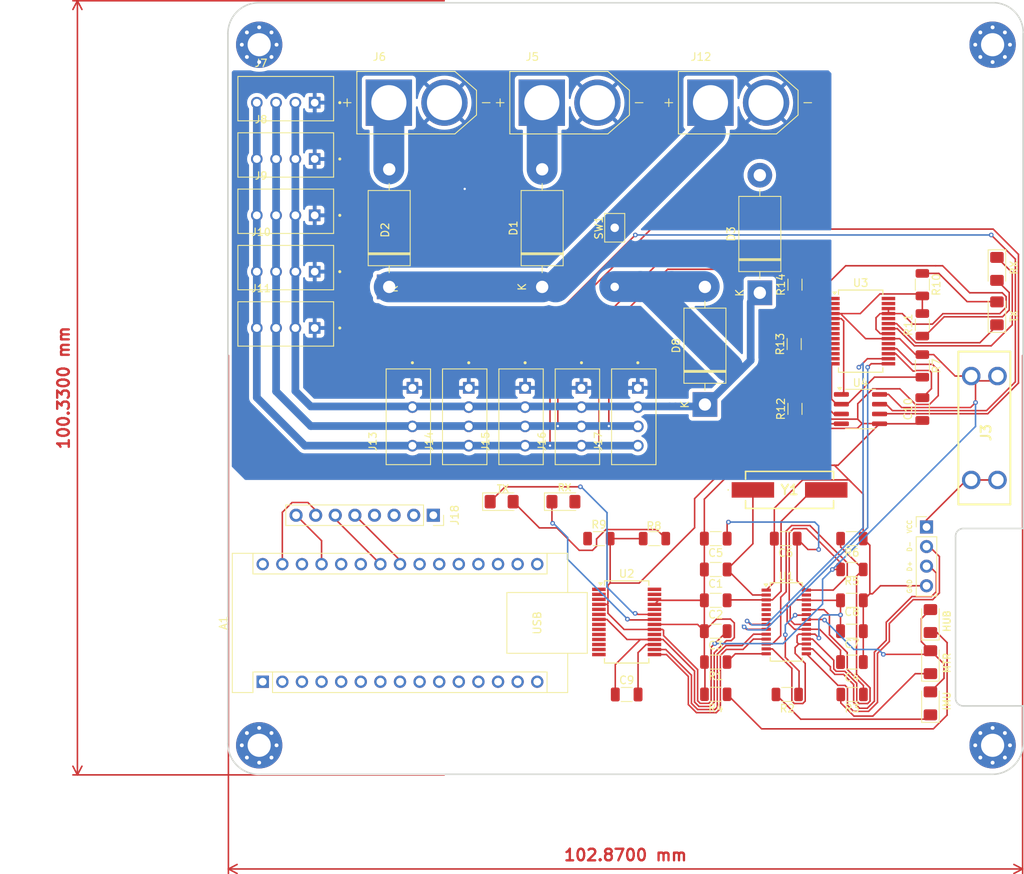
<source format=kicad_pcb>
(kicad_pcb (version 20240108) (generator "pcbnew") (generator_version "8.0")
  (layers (0 "F.Cu" signal) (31 "B.Cu" signal) (34 "B.Paste" user) (35 "F.Paste" user) (36 "B.SilkS" user "B.Silkscreen") (37 "F.SilkS" user "F.Silkscreen") (38 "B.Mask" user) (39 "F.Mask" user) (44 "Edge.Cuts" user))
  (net 0 "")
  (net 1 "Net-(U1-XOUT)")
  (net 2 "GNDREF")
  (net 3 "Net-(U1-XIN)")
  (net 4 "USB_PWR")
  (net 5 "Net-(U1-VD18)")
  (net 6 "3v3")
  (net 7 "Net-(HUB1-K)")
  (net 8 "Net-(HUB1-A)")
  (net 9 "Net-(IMU1-K)")
  (net 10 "Net-(MTRS1-K)")
  (net 11 "USB_D+")
  (net 12 "USB_D-")
  (net 13 "Net-(U1-REXT)")
  (net 14 "Net-(U1-LED1{slash}EESCL)")
  (net 15 "Net-(U1-LED2)")
  (net 16 "Net-(U1-VBUSM)")
  (net 18 "Net-(U3-3V3OUT)")
  (net 22 "Net-(D4-K)")
  (net 24 "Net-(U2-3V3OUT)")
  (net 25 "Net-(J2-Pin_3)")
  (net 27 "Net-(J2-Pin_4)")
  (net 28 "Net-(D4-A)")
  (net 29 "Net-(D5-K)")
  (net 36 "Net-(D5-A)")
  (net 42 "Net-(U3-CBUS3)")
  (net 44 "MOTORS_USB_D-")
  (net 45 "MOTORS_USB_D+")
  (net 46 "IMU_USB_D+")
  (net 47 "IMU_USB_D-")
  (net 53 "Net-(U3-RXD)")
  (net 55 "Net-(D6-K)")
  (net 57 "Net-(U3-TXD)")
  (net 60 "Net-(D6-A)")
  (net 61 "Net-(U3-CBUS2)")
  (net 63 "Net-(D7-K)")
  (net 64 "Net-(D7-A)")
  (net 65 "Net-(J1-Pin_1)")
  (net 66 "Net-(U4-A)")
  (net 67 "Net-(U4-B)")
  (net 68 "Net-(D1-K)")
  (net 69 "Net-(D1-A)")
  (net 70 "Net-(D2-A)")
  (net 71 "Net-(D3-K)")
  (net 72 "Net-(D8-A)")
  (net 73 "Net-(J10-Pad4)")
  (net 74 "Net-(J10-Pad3)")
  (net 78 "Net-(A1-+5V)")
  (net 80 "GND")
  (net 81 "Net-(A1-A5)")
  (net 99 "Net-(A1-A4)")
  (footprint "B4B-XH (conectores do motor):JST_B4B-XH-A" (layer "F.Cu") (at 106.74 35.289)
    (property "Reference" "J7")
    (property "Value" "B4B-XH-A")
  )
  (footprint "Capacitor_SMD:C_1206_3216Metric" (layer "F.Cu") (at 189.2 75.525 90)
    (property "Reference" "C10")
    (property "Value" "0.1uF")
  )
  (footprint "Package_SO:SSOP-28_3.9x9.9mm_P0.635mm" (layer "F.Cu") (at 171.575 103.1125)
    (property "Reference" "U1")
    (property "Value" "FE1.1s")
  )
  (footprint "Module:Arduino_Nano" (layer "F.Cu") (at 103.759 110.861 90)
    (property "Reference" "A1")
    (property "Value" "Arduino_Nano_v3.x")
  )
  (footprint "B4B-XH (conectores do motor):JST_B4B-XH-A" (layer "F.Cu") (at 129.921 76.52175 90)
    (property "Reference" "J14")
    (property "Value" "B4B-XH-A")
  )
  (footprint "Resistor_SMD:R_1206_3216Metric" (layer "F.Cu") (at 162.44 112.49)
    (property "Reference" "R4")
    (property "Value" "330")
  )
  (footprint "B4B-XH (conectores do motor):JST_B4B-XH-A" (layer "F.Cu") (at 106.74 42.589)
    (property "Reference" "J8")
    (property "Value" "B4B-XH-A")
  )
  (footprint "B4B-XH (conectores do motor):JST_B4B-XH-A" (layer "F.Cu") (at 151.821 76.52175 90)
    (property "Reference" "J17")
    (property "Value" "B4B-XH-A")
  )
  (footprint "Capacitor_SMD:C_1206_3216Metric" (layer "F.Cu") (at 162.4375 96.3125 180)
    (property "Reference" "C1")
    (property "Value" "22pF")
  )
  (footprint "Package_SO:SOIC-8_3.9x4.9mm_P1.27mm" (layer "F.Cu") (at 181.183 75.524)
    (property "Reference" "U4")
    (property "Value" "MAX485E")
  )
  (footprint "Resistor_SMD:R_1206_3216Metric" (layer "F.Cu") (at 162.4375 108.3125 180)
    (property "Reference" "R1")
    (property "Value" "2K7")
  )
  (footprint "Resistor_SMD:R_1206_3216Metric" (layer "F.Cu") (at 180.075 96.3125)
    (property "Reference" "R5")
    (property "Value" "47K")
  )
  (footprint "Resistor_SMD:R_1206_3216Metric" (layer "F.Cu") (at 171.7 112.5125 180)
    (property "Reference" "R2")
    (property "Value" "330")
  )
  (footprint "MountingHole:MountingHole_3mm_Pad_Via" (layer "F.Cu") (at 198.3 28.3)
    (property "Reference" "REF**" (hide yes))
    (property "Value" "MountingHole_3mm_Pad_Via" (hide yes))
  )
  (footprint "B4B-XH (conectores do motor):JST_B4B-XH-A" (layer "F.Cu") (at 106.74 49.889)
    (property "Reference" "J9")
    (property "Value" "B4B-XH-A")
  )
  (footprint "components:ECS120185PXGMTR" (layer "F.Cu") (at 172 86)
    (property "Reference" "Y1")
    (property "Value" "Crystal" (hide yes))
  )
  (footprint "Capacitor_SMD:C_1206_3216Metric" (layer "F.Cu") (at 162.4375 104.3125 180)
    (property "Reference" "C3")
    (property "Value" "10uF")
  )
  (footprint "MountingHole:MountingHole_3mm_Pad_Via" (layer "F.Cu") (at 198.3 119.1)
    (property "Reference" "REF**" (hide yes))
    (property "Value" "MountingHole_3mm_Pad_Via" (hide yes))
  )
  (footprint "LED_SMD:LED_1206_3216Metric_Pad1.42x1.75mm_HandSolder" (layer "F.Cu") (at 198.86 57.35 -90)
    (property "Reference" "D7" (hide yes))
    (property "Value" "MTR_RX")
  )
  (footprint "Resistor_SMD:R_1206_3216Metric" (layer "F.Cu") (at 180.075 92.3125 180)
    (property "Reference" "R6")
    (property "Value" "100K")
  )
  (footprint "Diode_THT:D_DO-201AD_P15.24mm_Horizontal" (layer "F.Cu") (at 161.036 74.93 90)
    (property "Reference" "D8")
    (property "Value" "1N5400")
  )
  (footprint "MountingHole:MountingHole_3mm_Pad_Via" (layer "F.Cu") (at 103.3 119.1)
    (property "Reference" "REF**" (hide yes))
    (property "Value" "MountingHole_3mm_Pad_Via" (hide yes))
  )
  (footprint "Connector_PinSocket_2.54mm:PinSocket_1x08_P2.54mm_Vertical" (layer "F.Cu") (at 125.857 89.281 -90)
    (property "Reference" "J18")
    (property "Value" "IMU")
  )
  (footprint "Connector_PinHeader_2.54mm:PinHeader_1x04_P2.54mm_Vertical" (layer "F.Cu") (at 189.738 90.805)
    (property "Reference" "J1" (hide yes))
    (property "Value" "USB_IN" (hide yes))
  )
  (footprint "xt 60:AMASS_XT60-M" (layer "F.Cu") (at 143.51 35.814)
    (property "Reference" "J5")
    (property "Value" "XT60-M")
  )
  (footprint "LED_SMD:LED_1206_3216Metric_Pad1.42x1.75mm_HandSolder" (layer "F.Cu") (at 190.246 102.997 90)
    (property "Reference" "HUB1" (hide yes))
    (property "Value" "HUB_PWR")
  )
  (footprint "B4B-XH (conectores do motor):JST_B4B-XH-A" (layer "F.Cu") (at 137.221 76.52175 90)
    (property "Reference" "J15")
    (property "Value" "B4B-XH-A")
  )
  (footprint "xt 60:AMASS_XT60-M" (layer "F.Cu") (at 165.354 35.814)
    (property "Reference" "J12")
    (property "Value" "XT60-M")
  )
  (footprint "Capacitor_SMD:C_1206_3216Metric" (layer "F.Cu") (at 180.075 100.3125)
    (property "Reference" "C8")
    (property "Value" "10uF")
  )
  (footprint "Resistor_SMD:R_1206_3216Metric" (layer "F.Cu") (at 147.3 92.3125)
    (property "Reference" "R9")
    (property "Value" "270")
  )
  (footprint "Diode_THT:D_DO-201AD_P15.24mm_Horizontal" (layer "F.Cu") (at 139.954 59.69 90)
    (property "Reference" "D1")
    (property "Value" "1N5400")
  )
  (footprint "Resistor_SMD:R_1206_3216Metric" (layer "F.Cu") (at 180.1 112.5125 180)
    (property "Reference" "R3")
    (property "Value" "330")
  )
  (footprint "Resistor_SMD:R_1206_3216Metric" (layer "F.Cu") (at 172.7 59.4 90)
    (property "Reference" "R14")
    (property "Value" "680")
  )
  (footprint "MountingHole:MountingHole_3mm_Pad_Via" (layer "F.Cu") (at 103.3 28.3)
    (property "Reference" "REF**" (hide yes))
    (property "Value" "MountingHole_3mm_Pad_Via" (hide yes))
  )
  (footprint "B4B-XH (conectores do motor):JST_B4B-XH-A" (layer "F.Cu") (at 144.521 76.52175 90)
    (property "Reference" "J16")
    (property "Value" "B4B-XH-A")
  )
  (footprint "Capacitor_SMD:C_1206_3216Metric" (layer "F.Cu") (at 162.4375 92.3125 180)
    (property "Reference" "C5")
    (property "Value" "10uF")
  )
  (footprint "B4B-XH (conectores do motor):JST_B4B-XH-A" (layer "F.Cu") (at 106.74 64.489)
    (property "Reference" "J11")
    (property "Value" "B4B-XH-A")
  )
  (footprint "B4B-XH (conectores do motor):JST_B4B-XH-A" (layer "F.Cu") (at 122.621 76.52175 90)
    (property "Reference" "J13")
    (property "Value" "B4B-XH-A")
  )
  (footprint "Resistor_SMD:R_1206_3216Metric" (layer "F.Cu") (at 172.6 67.1 90)
    (property "Reference" "R13")
    (property "Value" "120")
  )
  (footprint "humanoid:MINI_FUSE" (layer "F.Cu") (at 197.231 77.978 90)
    (property "Reference" "J3")
    (property "Value" "MINI_FUSE" (hide yes))
  )
  (footprint "LED_SMD:LED_1206_3216Metric_Pad1.42x1.75mm_HandSolder" (layer "F.Cu") (at 134.708 87.525)
    (property "Reference" "D4" (hide yes))
    (property "Value" "IMU_TX")
  )
  (footprint "Diode_THT:D_DO-201AD_P15.24mm_Horizontal" (layer "F.Cu") (at 120.142 59.69 90)
    (property "Reference" "D2")
    (property "Value" "1N5400")
  )
  (footprint "Package_SO:SSOP-28_5.3x10.2mm_P0.65mm" (layer "F.Cu") (at 181.208 65.424)
    (property "Reference" "U3")
    (property "Value" "FT232RL")
  )
  (footprint "LED_SMD:LED_1206_3216Metric_Pad1.42x1.75mm_HandSolder" (layer "F.Cu") (at 190.246 108.331 90)
    (property "Reference" "MTRS1" (hide yes))
    (property "Value" "USB_2")
  )
  (footprint "" (layer "F.Cu") (at 149.352 59.69)
    (property "Reference" "")
    (property "Value" "")
  )
  (footprint "xt 60:AMASS_XT60-M" (layer "F.Cu") (at 123.698 35.814)
    (property "Reference" "J6")
    (property "Value" "XT60-M")
  )
  (footprint "Capacitor_SMD:C_1206_3216Metric" (layer "F.Cu") (at 162.4375 100.3125 180)
    (property "Reference" "C2")
    (property "Value" "22pF")
  )
  (footprint "LED_SMD:LED_1206_3216Metric_Pad1.42x1.75mm_HandSolder" (layer "F.Cu") (at 142.708 87.525)
    (property "Reference" "D5" (hide yes))
    (property "Value" "IMU_RX")
  )
  (footprint "Capacitor_SMD:C_1206_3216Metric" (layer "F.Cu") (at 150.9 112.5125)
    (property "Reference" "C9")
    (property "Value" "0.1uF")
  )
  (footprint "Package_SO:SSOP-28_5.3x10.2mm_P0.65mm" (layer "F.Cu") (at 150.9 103.1125)
    (property "Reference" "U2")
    (property "Value" "FT232RL")
  )
  (footprint "Resistor_SMD:R_1206_3216Metric" (layer "F.Cu") (at 154.5 92.3125 180)
    (property "Reference" "R8")
    (property "Value" "270")
  )
  (footprint "Resistor_SMD:R_1206_3216Metric" (layer "F.Cu") (at 172.7 75.5 90)
    (property "Reference" "R12")
    (property "Value" "680")
  )
  (footprint "Connector_Pin:Pin_D1.1mm_L10.2mm_W3.5mm_Flat" (layer "F.Cu") (at 149.352 52.0275 -90)
    (property "Reference" "SW1")
    (property "Value" "SW_DPST_x2")
  )
  (footprint "B4B-XH (conectores do motor):JST_B4B-XH-A" (layer "F.Cu") (at 106.74 57.189)
    (property "Reference" "J10")
    (property "Value" "B4B-XH-A")
  )
  (footprint "LED_SMD:LED_1206_3216Metric_Pad1.42x1.75mm_HandSolder" (layer "F.Cu") (at 198.86 63.12 90)
    (property "Reference" "D6" (hide yes))
    (property "Value" "MTR_TX")
  )
  (footprint "Capacitor_SMD:C_1206_3216Metric" (layer "F.Cu") (at 171.5 92.3125 180)
    (property "Reference" "C6")
    (property "Value" "0.1uF")
  )
  (footprint "Resistor_SMD:R_1206_3216Metric" (layer "F.Cu") (at 189.2 64.6 90)
    (property "Reference" "R11")
    (property "Value" "270")
  )
  (footprint "Capacitor_SMD:C_1206_3216Metric" (layer "F.Cu") (at 180.075 108.3125)
    (property "Reference" "C4")
    (property "Value" "0.1uF")
  )
  (footprint "Resistor_SMD:R_1206_3216Metric" (layer "F.Cu") (at 189.2 69.925 -90)
    (property "Reference" "R7")
    (property "Value" "10K")
  )
  (footprint "Diode_THT:D_DO-201AD_P15.24mm_Horizontal" (layer "F.Cu") (at 168.148 60.452 90)
    (property "Reference" "D3")
    (property "Value" "1N5400")
  )
  (footprint "Resistor_SMD:R_1206_3216Metric" (layer "F.Cu") (at 189.2 59.4 -90)
    (property "Reference" "R10")
    (property "Value" "270")
  )
  (footprint "LED_SMD:LED_1206_3216Metric_Pad1.42x1.75mm_HandSolder" (layer "F.Cu") (at 190.246 113.665 90)
    (property "Reference" "IMU1" (hide yes))
    (property "Value" "USB_1")
  )
  (footprint "Capacitor_SMD:C_1206_3216Metric" (layer "F.Cu") (at 180.075 104.3125)
    (property "Reference" "C7")
    (property "Value" "0.1uF")
  )
  (gr_line (start 166.878 69.088) (end 167.386 69.088) (stroke (width 0.2)) (layer "B.Cu") (net 68))
  (gr_arc (start 193.5 92) (mid 193.792893 91.292893) (end 194.5 91) (stroke (width 0.2)) (layer "Edge.Cuts"))
  (gr_arc (start 99.249 26.86) (mid 100.420573 24.031573) (end 103.249 22.86) (stroke (width 0.2)) (layer "Edge.Cuts"))
  (gr_line (start 202.249 26.86) (end 202.249 91) (stroke (width 0.2)) (layer "Edge.Cuts"))
  (gr_arc (start 202.251079 118.86) (mid 201.032915 121.735144) (end 198.12 122.859999) (stroke (width 0.2)) (layer "Edge.Cuts"))
  (gr_line (start 193.5 92) (end 193.5 112.999407) (stroke (width 0.2)) (layer "Edge.Cuts"))
  (gr_line (start 202.249 118.86) (end 202.249 113.995329) (stroke (width 0.2)) (layer "Edge.Cuts"))
  (gr_line (start 198.12 122.859999) (end 103.505 122.859998) (stroke (width 0.2)) (layer "Edge.Cuts"))
  (gr_line (start 194.500593 113.999407) (end 202.249 113.995329) (stroke (width 0.2)) (layer "Edge.Cuts"))
  (gr_line (start 194.5 91) (end 202.249 91) (stroke (width 0.2)) (layer "Edge.Cuts"))
  (gr_arc (start 103.505 122.859998) (mid 100.506791 121.783321) (end 99.240818 118.86) (stroke (width 0.2)) (layer "Edge.Cuts"))
  (gr_arc (start 198.374 22.857552) (mid 201.12846 23.998994) (end 202.26817 26.754171) (stroke (width 0.2)) (layer "Edge.Cuts"))
  (gr_line (start 103.124 22.86) (end 198.378 22.86) (stroke (width 0.2)) (layer "Edge.Cuts"))
  (gr_arc (start 194.500593 113.999407) (mid 193.793103 113.706724) (end 193.5 112.999407) (stroke (width 0.2)) (layer "Edge.Cuts"))
  (gr_line (start 99.249 118.86) (end 99.249 26.86) (stroke (width 0.2)) (layer "Edge.Cuts"))
  (gr_text "RX" (at 141.859 86.233 0) (layer "F.SilkS") (effects (font (size 0.9 0.9) (thickness 0.175) (bold yes)) (justify left bottom)))
  (gr_text "GND" (at 187.9 99.5 90) (layer "F.SilkS") (effects (font (size 0.6 0.6) (thickness 0.125) (bold yes)) (justify left bottom)))
  (gr_text "MTR\n" (at 192.913 109.855 90) (layer "F.SilkS") (effects (font (size 0.9 0.9) (thickness 0.175) (bold yes)) (justify left bottom)))
  (gr_text "IMU\n" (at 192.913 114.681 90) (layer "F.SilkS") (effects (font (size 0.9 0.9) (thickness 0.175) (bold yes)) (justify left bottom)))
  (gr_text "TX" (at 201.6 64.4 90) (layer "F.SilkS") (effects (font (size 0.9 0.9) (thickness 0.175) (bold yes)) (justify left bottom)))
  (gr_text "VCC" (at 187.9 91.7 90) (layer "F.SilkS") (effects (font (size 0.6 0.6) (thickness 0.125) (bold yes)) (justify left bottom)))
  (gr_text "HUB\n" (at 192.913 104.521 90) (layer "F.SilkS") (effects (font (size 0.9 0.9) (thickness 0.175) (bold yes)) (justify left bottom)))
  (gr_text "TX" (at 133.985 86.36 0) (layer "F.SilkS") (effects (font (size 0.9 0.9) (thickness 0.175) (bold yes)) (justify left bottom)))
  (gr_text "D+" (at 187.9 96.65 90) (layer "F.SilkS") (effects (font (size 0.6 0.6) (thickness 0.125) (bold yes)) (justify left bottom)))
  (gr_text "D-" (at 187.9 94.1 90) (layer "F.SilkS") (effects (font (size 0.6 0.6) (thickness 0.125) (bold yes)) (justify left bottom)))
  (gr_text "RX" (at 201.6 58.2 90) (layer "F.SilkS") (effects (font (size 0.9 0.9) (thickness 0.175) (bold yes)) (justify left bottom)))
  (dimension (type aligned) (layer "F.Cu") (pts (xy 127.762 22.606) (xy 127.762 122.936)) (height 48.006) (gr_text "100,3300 mm" (at 77.956 72.771 90) (layer "F.Cu") (effects (font (size 1.5 1.5) (thickness 0.3)))) (format (prefix "") (suffix "") (units 3) (units_format 1) (precision 4)) (style (thickness 0.2) (arrow_length 1.27) (text_position_mode 0) (extension_height 0.58642) (extension_offset 0.5) keep_text_aligned))
  (dimension (type aligned) (layer "F.Cu") (pts (xy 99.314 68.072) (xy 202.184 68.072)) (height 67.056) (gr_text "102,8700 mm" (at 150.749 133.328 0) (layer "F.Cu") (effects (font (size 1.5 1.5) (thickness 0.3)))) (format (prefix "") (suffix "") (units 3) (units_format 1) (precision 4)) (style (thickness 0.2) (arrow_length 1.27) (text_position_mode 0) (extension_height 0.58642) (extension_offset 0.5) keep_text_aligned))
  (segment (start 163.9125 96.3125) (end 167.22 99.62) (width 0.2) (layer "F.Cu") (net 1))
  (segment (start 167.25 92.975) (end 163.9125 96.3125) (width 0.2) (layer "F.Cu") (net 1))
  (segment (start 167.25 86) (end 167.25 92.975) (width 0.2) (layer "F.Cu") (net 1))
  (segment (start 167.22 99.62) (end 168.975 99.62) (width 0.2) (layer "F.Cu") (net 1))
  (segment (start 160.9625 100.3125) (end 154.625 100.3125) (width 0.2) (layer "F.Cu") (net 2))
  (segment (start 176.558 65.099) (end 176.022 65.635) (width 0.2) (layer "F.Cu") (net 2))
  (segment (start 149.425 112.5125) (end 149.425 108.639) (width 0.2) (layer "F.Cu") (net 2))
  (segment (start 195.326 60.452) (end 191.824 56.95) (width 0.2) (layer "F.Cu") (net 2))
  (segment (start 183.733 63.149) (end 183.2 63.682) (width 0.2) (layer "F.Cu") (net 2))
  (segment (start 188.771 77.429) (end 189.2 77) (width 0.2) (layer "F.Cu") (net 2))
  (segment (start 191.262 73.782) (end 190.119 74.925) (width 0.2) (layer "F.Cu") (net 2))
  (segment (start 176.022 68.812314) (end 175.6 69.234314) (width 0.2) (layer "F.Cu") (net 2))
  (segment (start 174.498 76.398) (end 174.498 62.6605) (width 0.2) (layer "F.Cu") (net 2))
  (segment (start 183.2 65.191) (end 183.758 65.749) (width 0.2) (layer "F.Cu") (net 2))
  (segment (start 183.629 77.4) (end 183.658 77.429) (width 0.2) (layer "F.Cu") (net 2))
  (segment (start 178.1 82.804) (end 177.8 82.804) (width 0.2) (layer "F.Cu") (net 2))
  (segment (start 182.4 99.4625) (end 182.7375 99.4625) (width 0.2) (layer "F.Cu") (net 2))
  (segment (start 182.4 93.175) (end 182.4 99.4625) (width 0.2) (layer "F.Cu") (net 2))
  (segment (start 161.0375 112.5125) (end 161.0375 108.375) (width 0.2) (layer "F.Cu") (net 2))
  (segment (start 185.883 67.699) (end 187.907 69.723) (width 0.2) (layer "F.Cu") (net 2))
  (segment (start 182.13 99.7325) (end 181.55 100.3125) (width 0.2) (layer "F.Cu") (net 2))
  (segment (start 180.829 74.832448) (end 180.829 76.829) (width 0.2) (layer "F.Cu") (net 2))
  (segment (start 174.03875 62.18125) (end 174.01875 62.18125) (width 0.2) (layer "F.Cu") (net 2))
  (segment (start 160.9625 92.3125) (end 160.9625 96.3125) (width 0.2) (layer "F.Cu") (net 2))
  (segment (start 180.829 76.829) (end 181.4 77.4) (width 0.2) (layer "F.Cu") (net 2))
  (segment (start 179.696 84.7) (end 179.959 84.963) (width 0.2) (layer "F.Cu") (net 2))
  (segment (start 184.808 63.149) (end 183.733 63.149) (width 0.2) (layer "F.Cu") (net 2))
  (segment (start 199.551744 60.452) (end 195.326 60.452) (width 0.2) (layer "F.Cu") (net 2))
  (segment (start 181.5375 86.5415) (end 181.5375 92.3125) (width 0.2) (layer "F.Cu") (net 2))
  (segment (start 152.6765 105.3875) (end 154.5 105.3875) (width 0.2) (layer "F.Cu") (net 2))
  (segment (start 159.69 109.474) (end 159.69 113.49043) (width 0.2) (layer "F.Cu") (net 2))
  (segment (start 160.9625 92.3125) (end 160.9625 87.1955) (width 0.2) (layer "F.Cu") (net 2))
  (segment (start 182.4 99.4625) (end 181.55 100.3125) (width 0.2) (layer "F.Cu") (net 2))
  (segment (start 177.8 82.804) (end 179.959 84.963) (width 0.2) (layer "F.Cu") (net 2))
  (segment (start 184.808 62.499) (end 184.808 63.149) (width 0.2) (layer "F.Cu") (net 2))
  (segment (start 190.505814 64.516) (end 191.859314 63.1625) (width 0.2) (layer "F.Cu") (net 2))
  (segment (start 183.658 77.429) (end 178.283 82.804) (width 0.2) (layer "F.Cu") (net 2))
  (segment (start 162.2375 107.121384) (end 163.821884 105.537) (width 0.2) (layer "F.Cu") (net 2))
  (segment (start 199.2265 63.1625) (end 200.049 62.34) (width 0.2) (layer "F.Cu") (net 2))
  (segment (start 190.119 74.925) (end 188.315256 74.925) (width 0.2) (layer "F.Cu") (net 2))
  (segment (start 183.658 77.429) (end 188.771 77.429) (width 0.2) (layer "F.Cu") (net 2))
  (segment (start 170.025 97.935) (end 168.975 98.985) (width 0.2) (layer "F.Cu") (net 2))
  (segment (start 175.6 69.234314) (end 175.6 75) (width 0.2) (layer "F.Cu") (net 2))
  (segment (start 160.9625 87.1955) (end 165.354 82.804) (width 0.2) (layer "F.Cu") (net 2))
  (segment (start 179.959 84.963) (end 181.5375 86.5415) (width 0.2) (layer "F.Cu") (net 2))
  (segment (start 183.775 98.425) (end 189.738 98.425) (width 0.2) (layer "F.Cu") (net 2))
  (segment (start 164.338 102.743) (end 162.532 102.743) (width 0.2) (layer "F.Cu") (net 2))
  (segment (start 186.288256 72.898) (end 182.763448 72.898) (width 0.2) (layer "F.Cu") (net 2))
  (segment (start 155.6035 105.3875) (end 159.69 109.474) (width 0.2) (layer "F.Cu") (net 2))
  (segment (start 160.9625 96.3125) (end 160.9625 100.3125) (width 0.2) (layer "F.Cu") (net 2))
  (segment (start 162.24 109.506115) (end 162.2375 109.503615) (width 0.2) (layer "F.Cu") (net 2))
  (segment (start 191.859314 63.1625) (end 199.2265 63.1625) (width 0.2) (layer "F.Cu") (net 2))
  (segment (start 150.95 105.3875) (end 148.35 102.7875) (width 0.2) (layer "F.Cu") (net 2))
  (segment (start 180.771 78.029) (end 176.129 78.029) (width 0.2) (layer "F.Cu") (net 2))
  (segment (start 181.4 77.4) (end 183.629 77.4) (width 0.2) (layer "F.Cu") (net 2))
  (segment (start 162.24 113.51543) (end 162.24 109.506115) (width 0.2) (layer "F.Cu") (net 2))
  (segment (start 181.4 77.4) (end 180.771 78.029) (width 0.2) (layer "F.Cu") (net 2))
  (segment (start 174.498 62.6605) (end 174.01875 62.18125) (width 0.2) (layer "F.Cu") (net 2))
  (segment (start 190.5 69.723) (end 191.262 70.485) (width 0.2) (layer "F.Cu") (net 2))
  (segment (start 187.96 64.516) (end 190.505814 64.516) (width 0.2) (layer "F.Cu") (net 2))
  (segment (start 160.9625 100.3125) (end 155.025 100.3125) (width 0.2) (layer "F.Cu") (net 2))
  (segment (start 165.354 82.804) (end 177.8 82.804) (width 0.2) (layer "F.Cu") (net 2))
  (segment (start 184.808 67.699) (end 185.883 67.699) (width 0.2) (layer "F.Cu") (net 2))
  (segment (start 200.049 62.34) (end 200.049 60.949256) (width 0.2) (layer "F.Cu") (net 2))
  (segment (start 170.025 88.375) (end 173.7 84.7) (width 0.2) (layer "F.Cu") (net 2))
  (segment (start 149.425 108.639) (end 152.6765 105.3875) (width 0.2) (layer "F.Cu") (net 2))
  (segment (start 160.9625 104.3125) (end 160.9625 108.3) (width 0.2) (layer "F.Cu") (net 2))
  (segment (start 177.608 65.099) (end 176.558 65.099) (width 0.2) (layer "F.Cu") (net 2))
  (segment (start 183.758 65.749) (end 184.808 65.749) (width 0.2) (layer "F.Cu") (net 2))
  (segment (start 160.0875 103.4375) (end 154.5 103.4375) (width 0.2) (layer "F.Cu") (net 2))
  (segment (start 160.9625 100.3125) (end 160.9625 104.3125) (width 0.2) (layer "F.Cu") (net 2))
  (segment (start 154.625 100.3125) (end 154.5 100.1875) (width 0.2) (layer "F.Cu") (net 2))
  (segment (start 191.262 70.485) (end 191.262 73.782) (width 0.2) (layer "F.Cu") (net 2))
  (segment (start 187.907 69.723) (end 190.5 69.723) (width 0.2) (layer "F.Cu") (net 2))
  (segment (start 181.55 100.3125) (end 181.55 104.3125) (width 0.2) (layer "F.Cu") (net 2))
  (segment (start 154.5 105.3875) (end 150.95 105.3875) (width 0.2) (layer "F.Cu") (net 2))
  (segment (start 162.532 102.743) (end 160.9625 104.3125) (width 0.2) (layer "F.Cu") (net 2))
  (segment (start 170.025 92.3125) (end 170.025 97.935) (width 0.2) (layer "F.Cu") (net 2))
  (segment (start 162.2375 109.503615) (end 162.2375 107.121384) (width 0.2) (layer "F.Cu") (net 2))
  (segment (start 154.5 105.3875) (end 155.6035 105.3875) (width 0.2) (layer "F.Cu") (net 2))
  (segment (start 188.315256 74.925) (end 186.288256 72.898) (width 0.2) (layer "F.Cu") (net 2))
  (segment (start 176.022 65.635) (end 176.022 68.812314) (width 0.2) (layer "F.Cu") (net 2))
  (segment (start 179.27 56.95) (end 174.03875 62.18125) (width 0.2) (layer "F.Cu") (net 2))
  (segment (start 160.26457 114.065) (end 161.69043 114.065) (width 0.2) (layer "F.Cu") (net 2))
  (segment (start 178.283 82.804) (end 178.1 82.804) (width 0.2) (layer "F.Cu") (net 2))
  (segment (start 182.763448 72.898) (end 180.829 74.832448) (width 0.2) (layer "F.Cu") (net 2))
  (segment (start 172.7 60.8625) (end 174.01875 62.18125) (width 0.2) (layer "F.Cu") (net 2))
  (segment (start 177.429 76.829) (end 180.829 76.829) (width 0.2) (layer "F.Cu") (net 2))
  (segment (start 175.6 75) (end 177.429 76.829) (width 0.2) (layer "F.Cu") (net 2))
  (segment (start 164.447744 105.537) (end 164.846 105.138744) (width 0.2) (layer "F.Cu") (net 2))
  (segment (start 200.049 60.949256) (end 199.551744 60.452) (width 0.2) (layer "F.Cu") (net 2))
  (segment (start 159.69 113.49043) (end 160.26457 114.065) (width 0.2) (layer "F.Cu") (net 2))
  (segment (start 163.821884 105.537) (end 164.447744 105.537) (width 0.2) (layer "F.Cu") (net 2))
  (segment (start 184.808 63.149) (end 186.593 63.149) (width 0.2) (layer "F.Cu") (net 2))
  (segment (start 181.5375 92.3125) (end 182.4 93.175) (width 0.2) (layer "F.Cu") (net 2))
  (segment (start 181.55 104.3125) (end 181.55 108.3125) (width 0.2) (layer "F.Cu") (net 2))
  (segment (start 164.846 105.138744) (end 164.846 103.251) (width 0.2) (layer "F.Cu") (net 2))
  (segment (start 191.824 56.95) (end 190.915686 56.95) (width 0.2) (layer "F.Cu") (net 2))
  (segment (start 160.9625 104.3125) (end 160.0875 103.4375) (width 0.2) (layer "F.Cu") (net 2))
  (segment (start 161.69043 114.065) (end 162.24 113.51543) (width 0.2) (layer "F.Cu") (net 2))
  (segment (start 155.025 100.3125) (end 154.5 100.8375) (width 0.2) (layer "F.Cu") (net 2))
  (segment (start 186.593 63.149) (end 187.96 64.516) (width 0.2) (layer "F.Cu") (net 2))
  (segment (start 183.2 63.682) (end 183.2 65.191) (width 0.2) (layer "F.Cu") (net 2))
  (segment (start 161.0375 108.375) (end 160.975 108.3125) (width 0.2) (layer "F.Cu") (net 2))
  (segment (start 190.915686 56.95) (end 179.27 56.95) (width 0.2) (layer "F.Cu") (net 2))
  (segment (start 160.9625 108.3) (end 160.975 108.3125) (width 0.2) (layer "F.Cu") (net 2))
  (segment (start 182.7375 99.4625) (end 183.775 98.425) (width 0.2) (layer "F.Cu") (net 2))
  (segment (start 173.7 84.7) (end 179.696 84.7) (width 0.2) (layer "F.Cu") (net 2))
  (segment (start 170.025 92.3125) (end 170.025 88.375) (width 0.2) (layer "F.Cu") (net 2))
  (segment (start 164.846 103.251) (end 164.338 102.743) (width 0.2) (layer "F.Cu") (net 2))
  (segment (start 148.35 102.7875) (end 147.3 102.7875) (width 0.2) (layer "F.Cu") (net 2))
  (segment (start 176.129 78.029) (end 174.498 76.398) (width 0.2) (layer "F.Cu") (net 2))
  (via (at 129.921 46.99) (size 0.6) (drill 0.3) (layers "F.Cu" "B.Cu") (net 2))
  (segment (start 170.9 90.085) (end 170.9 99.13) (width 0.2) (layer "F.Cu") (net 3))
  (segment (start 168.975 100.255) (end 163.97 100.255) (width 0.2) (layer "F.Cu") (net 3))
  (segment (start 174.985 86) (end 170.9 90.085) (width 0.2) (layer "F.Cu") (net 3))
  (segment (start 163.97 100.255) (end 163.9125 100.3125) (width 0.2) (layer "F.Cu") (net 3))
  (segment (start 170.9 99.13) (end 169.775 100.255) (width 0.2) (layer "F.Cu") (net 3))
  (segment (start 176.75 86) (end 174.985 86) (width 0.2) (layer "F.Cu") (net 3))
  (segment (start 169.775 100.255) (end 168.975 100.255) (width 0.2) (layer "F.Cu") (net 3))
  (segment (start 160.430256 113.665) (end 161.524744 113.665) (width 0.2) (layer "F.Cu") (net 4))
  (segment (start 161.524744 113.665) (end 161.84 113.349744) (width 0.2) (layer "F.Cu") (net 4))
  (segment (start 178.6125 95.4375) (end 174.192843 91.017843) (width 0.2) (layer "F.Cu") (net 4))
  (segment (start 147.3 100.8375) (end 148.375 100.8375) (width 0.2) (layer "F.Cu") (net 4))
  (segment (start 148.7625 98.075) (end 148.475 98.3625) (width 0.2) (layer "F.Cu") (net 4))
  (segment (start 148.375 100.8375) (end 148.475 100.7375) (width 0.2) (layer "F.Cu") (net 4))
  (segment (start 153.0375 92.3125) (end 148.7625 92.3125) (width 0.2) (layer "F.Cu") (net 4))
  (segment (start 189.2 68.4625) (end 188.325 68.4625) (width 0.2) (layer "F.Cu") (net 4))
  (segment (start 174.192843 91.017843) (end 172.509913 91.017843) (width 0.2) (layer "F.Cu") (net 4))
  (segment (start 148.475 100.7375) (end 148.475 98.3625) (width 0.2) (layer "F.Cu") (net 4))
  (segment (start 196.088 71.8) (end 196.088 71.865) (width 0.2) (layer "F.Cu") (net 4))
  (segment (start 169.867814 76.9625) (end 159.7 87.130314) (width 0.2) (layer "F.Cu") (net 4))
  (segment (start 150.5695 104.0875) (end 148.475 101.993) (width 0.2) (layer "F.Cu") (net 4))
  (segment (start 171.958 100.526314) (end 171.685 100.799314) (width 0.2) (layer "F.Cu") (net 4))
  (segment (start 172.7 76.9625) (end 169.867814 76.9625) (width 0.2) (layer "F.Cu") (net 4))
  (segment (start 195.531 71.243) (end 196.088 71.8) (width 0.2) (layer "F.Cu") (net 4))
  (segment (start 178.6 106.775686) (end 175.889314 104.065) (width 0.2) (layer "F.Cu") (net 4))
  (segment (start 172.645 104.065) (end 174.175 104.065) (width 0.2) (layer "F.Cu") (net 4))
  (segment (start 188.9375 60.6) (end 189.2 60.8625) (width 0.2) (layer "F.Cu") (net 4))
  (segment (start 188.325 68.4625) (end 186.2615 66.399) (width 0.2) (layer "F.Cu") (net 4))
  (segment (start 193.443 71.243) (end 190.6625 68.4625) (width 0.2) (layer "F.Cu") (net 4))
  (segment (start 159.7 87.130314) (end 159.7 90.9) (width 0.2) (layer "F.Cu") (net 4))
  (segment (start 181.848686 66.399) (end 178.598686 63.149) (width 0.2) (layer "F.Cu") (net 4))
  (segment (start 162.306 105.919) (end 162.306 105.918) (width 0.2) (layer "F.Cu") (net 4))
  (segment (start 178.6 108.3125) (end 178.6 106.775686) (width 0.2) (layer "F.Cu") (net 4))
  (segment (start 196.088 71.865) (end 196.088 74.676) (width 0.2) (layer "F.Cu") (net 4))
  (segment (start 155.675 104.875) (end 160.09 109.29) (width 0.2) (layer "F.Cu") (net 4))
  (segment (start 171.685 103.105) (end 172.645 104.065) (width 0.2) (layer "F.Cu") (net 4))
  (segment (start 155.675 104.2125) (end 155.675 104.875) (width 0.2) (layer "F.Cu") (net 4))
  (segment (start 161.84 113.349744) (end 161.84 111.630256) (width 0.2) (layer "F.Cu") (net 4))
  (segment (start 161.8375 106.3875) (end 162.306 105.919) (width 0.2) (layer "F.Cu") (net 4))
  (segment (start 171.685 100.799314) (end 171.685 103.105) (width 0.2) (layer "F.Cu") (net 4))
  (segment (start 190.6625 68.4625) (end 189.2 68.4625) (width 0.2) (layer "F.Cu") (net 4))
  (segment (start 181.158 63.149) (end 183.707 60.6) (width 0.2) (layer "F.Cu") (net 4))
  (segment (start 148.35 100.8375) (end 147.3 100.8375) (width 0.2) (layer "F.Cu") (net 4))
  (segment (start 172.509913 91.017843) (end 171.958 91.569756) (width 0.2) (layer "F.Cu") (net 4))
  (segment (start 148.475 101.993) (end 148.475 100.9625) (width 0.2) (layer "F.Cu") (net 4))
  (segment (start 148.475 100.9625) (end 148.35 100.8375) (width 0.2) (layer "F.Cu") (net 4))
  (segment (start 198.309 71.865) (end 198.931 71.243) (width 0.2) (layer "F.Cu") (net 4))
  (segment (start 160.09 109.29) (end 160.09 113.324744) (width 0.2) (layer "F.Cu") (net 4))
  (segment (start 177.608 63.149) (end 181.158 63.149) (width 0.2) (layer "F.Cu") (net 4))
  (segment (start 154.5 104.0875) (end 150.5695 104.0875) (width 0.2) (layer "F.Cu") (net 4))
  (segment (start 177.546 96.3125) (end 178.6125 96.3125) (width 0.2) (layer "F.Cu") (net 4))
  (segment (start 189.2 60.8625) (end 189.2 63.1375) (width 0.2) (layer "F.Cu") (net 4))
  (segment (start 152.525 98.075) (end 148.7625 98.075) (width 0.2) (layer "F.Cu") (net 4))
  (segment (start 161.8375 111.627756) (end 161.8375 106.3875) (width 0.2) (layer "F.Cu") (net 4))
  (segment (start 186.525 75.325) (end 184.819 73.619) (width 0.2) (layer "F.Cu") (net 4))
  (segment (start 178.6125 96.3125) (end 178.6125 95.4375) (width 0.2) (layer "F.Cu") (net 4))
  (segment (start 148.7625 92.3125) (end 148.7625 98.075) (width 0.2) (layer "F.Cu") (net 4))
  (segment (start 154.5 104.0875) (end 155.55 104.0875) (width 0.2) (layer "F.Cu") (net 4))
  (segment (start 162.306 105.918) (end 162.307 105.918) (width 0.2) (layer "F.Cu") (net 4))
  (segment (start 196.088 74.676) (end 195.439 75.325) (width 0.2) (layer "F.Cu") (net 4))
  (segment (start 183.707 60.6) (end 188.9375 60.6) (width 0.2) (layer "F.Cu") (net 4))
  (segment (start 195.531 71.243) (end 193.443 71.243) (width 0.2) (layer "F.Cu") (net 4))
  (segment (start 162.307 105.918) (end 163.9125 104.3125) (width 0.2) (layer "F.Cu") (net 4))
  (segment (start 196.088 71.865) (end 198.309 71.865) (width 0.2) (layer "F.Cu") (net 4))
  (segment (start 184.808 66.399) (end 181.848686 66.399) (width 0.2) (layer "F.Cu") (net 4))
  (segment (start 160.09 113.324744) (end 160.430256 113.665) (width 0.2) (layer "F.Cu") (net 4))
  (segment (start 184.819 73.619) (end 183.658 73.619) (width 0.2) (layer "F.Cu") (net 4))
  (segment (start 186.2615 66.399) (end 184.808 66.399) (width 0.2) (layer "F.Cu") (net 4))
  (segment (start 171.958 91.569756) (end 171.958 100.526314) (width 0.2) (layer "F.Cu") (net 4))
  (segment (start 155.55 104.0875) (end 155.675 104.2125) (width 0.2) (layer "F.Cu") (net 4))
  (segment (start 195.439 75.325) (end 186.525 75.325) (width 0.2) (layer "F.Cu") (net 4))
  (segment (start 175.889314 104.065) (end 174.175 104.065) (width 0.2) (layer "F.Cu") (net 4))
  (segment (start 161.84 111.630256) (end 161.8375 111.627756) (width 0.2) (layer "F.Cu") (net 4))
  (segment (start 159.7 90.9) (end 152.525 98.075) (width 0.2) (layer "F.Cu") (net 4))
  (segment (start 178.598686 63.149) (end 177.608 63.149) (width 0.2) (layer "F.Cu") (net 4))
  (via (at 196.088 74.676) (size 0.6) (drill 0.3) (layers "F.Cu" "B.Cu") (net 4))
  (via (at 177.546 96.3125) (size 0.6) (drill 0.3) (layers "F.Cu" "B.Cu") (net 4))
  (via (at 162.306 105.918) (size 0.6) (drill 0.3) (layers "F.Cu" "B.Cu") (net 4))
  (segment (start 176.276 100.797529) (end 171.155529 105.918) (width 0.2) (layer "B.Cu") (net 4))
  (segment (start 196.088 77.7705) (end 196.088 74.676) (width 0.2) (layer "B.Cu") (net 4))
  (segment (start 177.546 96.3125) (end 176.276 97.5825) (width 0.2) (layer "B.Cu") (net 4))
  (segment (start 176.276 97.5825) (end 176.276 100.797529) (width 0.2) (layer "B.Cu") (net 4))
  (segment (start 177.546 96.3125) (end 196.088 77.7705) (width 0.2) (layer "B.Cu") (net 4))
  (segment (start 171.155529 105.918) (end 162.306 105.918) (width 0.2) (layer "B.Cu") (net 4))
  (segment (start 175.768 93.726) (end 174.3885 93.726) (width 0.2) (layer "F.Cu") (net 5))
  (segment (start 170.85 104.895) (end 170.85 99.914) (width 0.2) (layer "F.Cu") (net 5))
  (segment (start 179.475 95.452756) (end 179.475 97.172244) (width 0.2) (layer "F.Cu") (net 5))
  (segment (start 172.272157 90.617843) (end 174.640087 90.617843) (width 0.2) (layer "F.Cu") (net 5))
  (segment (start 171.558 99.206) (end 171.558 91.332) (width 0.2) (layer "F.Cu") (net 5))
  (segment (start 172.975 97.785) (end 174.175 98.985) (width 0.2) (layer "F.Cu") (net 5))
  (segment (start 170.85 99.914) (end 171.558 99.206) (width 0.2) (layer "F.Cu") (net 5))
  (segment (start 168.975 105.97) (end 169.775 105.97) (width 0.2) (layer "F.Cu") (net 5))
  (segment (start 163.9125 92.3125) (end 163.9125 90.3415) (width 0.2) (layer "F.Cu") (net 5))
  (segment (start 169.775 105.97) (end 170.85 104.895) (width 0.2) (layer "F.Cu") (net 5))
  (segment (start 177.662244 98.985) (end 174.175 98.985) (width 0.2) (layer "F.Cu") (net 5))
  (segment (start 174.3885 93.726) (end 172.975 92.3125) (width 0.2) (layer "F.Cu") (net 5))
  (segment (start 163.9125 90.3415) (end 164.084 90.17) (width 0.2) (layer "F.Cu") (net 5))
  (segment (start 171.558 91.332) (end 172.272157 90.617843) (width 0.2) (layer "F.Cu") (net 5))
  (segment (start 172.975 92.3125) (end 172.975 97.785) (width 0.2) (layer "F.Cu") (net 5))
  (segment (start 174.640087 90.617843) (end 179.475 95.452756) (width 0.2) (layer "F.Cu") (net 5))
  (segment (start 179.475 97.172244) (end 177.662244 98.985) (width 0.2) (layer "F.Cu") (net 5))
  (via (at 175.768 93.726) (size 0.6) (drill 0.3) (layers "F.Cu" "B.Cu") (net 5))
  (via (at 164.084 90.17) (size 0.6) (drill 0.3) (layers "F.Cu" "B.Cu") (net 5))
  (segment (start 164.084 90.17) (end 175.26 90.17) (width 0.2) (layer "B.Cu") (net 5))
  (segment (start 175.26 90.17) (end 175.768 90.678) (width 0.2) (layer "B.Cu") (net 5))
  (segment (start 175.768 90.678) (end 175.768 93.726) (width 0.2) (layer "B.Cu") (net 5))
  (segment (start 175.3 104.7) (end 175.8 105.2) (width 0.2) (layer "F.Cu") (net 6))
  (segment (start 172.72 106.426) (end 173.176 105.97) (width 0.2) (layer "F.Cu") (net 6))
  (segment (start 173.176 105.97) (end 172.974 105.768) (width 0.2) (layer "F.Cu") (net 6))
  (segment (start 174.175 104.7) (end 175.3 104.7) (width 0.2) (layer "F.Cu") (net 6))
  (segment (start 178.6 100.3125) (end 174.2325 100.3125) (width 0.2) (layer "F.Cu") (net 6))
  (segment (start 173.176 104.7) (end 174.175 104.7) (width 0.2) (layer "F.Cu") (net 6))
  (segment (start 174.175 100.255) (end 172.795 100.255) (width 0.2) (layer "F.Cu") (net 6))
  (segment (start 178.6 104.3125) (end 178.6 100.3125) (width 0.2) (layer "F.Cu") (net 6))
  (segment (start 174.025 108.49) (end 172.72 107.185) (width 0.2) (layer "F.Cu") (net 6))
  (segment (start 172.3 113.372244) (end 172.615256 113.6875) (width 0.2) (layer "F.Cu") (net 6))
  (segment (start 172.085 102.87) (end 172.645 103.43) (width 0.2) (layer "F.Cu") (net 6))
  (segment (start 172.974 105.768) (end 172.974 104.902) (width 0.2) (layer "F.Cu") (net 6))
  (segment (start 174.2325 100.3125) (end 174.175 100.255) (width 0.2) (layer "F.Cu") (net 6))
  (segment (start 168.975 106.605) (end 169.775 106.605) (width 0.2) (layer "F.Cu") (net 6))
  (segment (start 172.72 107.185) (end 172.72 106.426) (width 0.2) (layer "F.Cu") (net 6))
  (segment (start 172.795 100.255) (end 172.085 100.965) (width 0.2) (layer "F.Cu") (net 6))
  (segment (start 169.775 106.605) (end 172.3 109.13) (width 0.2) (layer "F.Cu") (net 6))
  (segment (start 172.615256 113.6875) (end 173.709744 113.6875) (width 0.2) (layer "F.Cu") (net 6))
  (segment (start 173.709744 113.6875) (end 174.025 113.372244) (width 0.2) (layer "F.Cu") (net 6))
  (segment (start 172.3 109.13) (end 172.3 113.372244) (width 0.2) (layer "F.Cu") (net 6))
  (segment (start 172.974 104.902) (end 173.176 104.7) (width 0.2) (layer "F.Cu") (net 6))
  (segment (start 172.085 100.965) (end 172.085 102.87) (width 0.2) (layer "F.Cu") (net 6))
  (segment (start 172.645 103.43) (end 174.175 103.43) (width 0.2) (layer "F.Cu") (net 6))
  (segment (start 174.025 113.372244) (end 174.025 108.49) (width 0.2) (layer "F.Cu") (net 6))
  (segment (start 173.176 105.97) (end 174.175 105.97) (width 0.2) (layer "F.Cu") (net 6))
  (via (at 178.6 102.2) (size 0.6) (drill 0.3) (layers "F.Cu" "B.Cu") (net 6))
  (via (at 175.8 105.2) (size 0.6) (drill 0.3) (layers "F.Cu" "B.Cu") (net 6))
  (segment (start 175.8 105.2) (end 175.8 102.751471) (width 0.2) (layer "B.Cu") (net 6))
  (segment (start 176.351471 102.2) (end 178.6 102.2) (width 0.2) (layer "B.Cu") (net 6))
  (segment (start 175.8 102.751471) (end 176.351471 102.2) (width 0.2) (layer "B.Cu") (net 6))
  (segment (start 190.246 104.4845) (end 191.0985 104.4845) (width 0.2) (layer "F.Cu") (net 7))
  (segment (start 191.0985 104.4845) (end 192.405 105.791) (width 0.2) (layer "F.Cu") (net 7))
  (segment (start 168.3795 116.967) (end 163.9025 112.49) (width 0.2) (layer "F.Cu") (net 7))
  (segment (start 192.405 105.791) (end 192.405 115.189) (width 0.2) (layer "F.Cu") (net 7))
  (segment (start 190.627 116.967) (end 168.3795 116.967) (width 0.2) (layer "F.Cu") (net 7))
  (segment (start 192.405 115.189) (end 190.627 116.967) (width 0.2) (layer "F.Cu") (net 7))
  (segment (start 190.246 106.8435) (end 190.2825 106.8435) (width 0.2) (layer "F.Cu") (net 8))
  (segment (start 176.53 102.87) (end 176.455 102.795) (width 0.2) (layer "F.Cu") (net 8))
  (segment (start 192.005 110.4185) (end 190.246 112.1775) (width 0.2) (layer "F.Cu") (net 8))
  (segment (start 189.7745 107.315) (end 184.15 107.315) (width 0.2) (layer "F.Cu") (net 8))
  (segment (start 189.071 102.6845) (end 190.246 101.5095) (width 0.2) (layer "F.Cu") (net 8))
  (segment (start 176.455 102.795) (end 174.175 102.795) (width 0.2) (layer "F.Cu") (net 8))
  (segment (start 192.005 108.566) (end 192.005 110.4185) (width 0.2) (layer "F.Cu") (net 8))
  (segment (start 189.071 105.6685) (end 189.071 102.6845) (width 0.2) (layer "F.Cu") (net 8))
  (segment (start 190.246 106.8435) (end 189.7745 107.315) (width 0.2) (layer "F.Cu") (net 8))
  (segment (start 190.2825 106.8435) (end 192.005 108.566) (width 0.2) (layer "F.Cu") (net 8))
  (segment (start 190.246 106.8435) (end 189.071 105.6685) (width 0.2) (layer "F.Cu") (net 8))
  (via (at 184.15 107.315) (size 0.6) (drill 0.3) (layers "F.Cu" "B.Cu") (net 8))
  (via (at 176.53 102.87) (size 0.6) (drill 0.3) (layers "F.Cu" "B.Cu") (net 8))
  (segment (start 180.34 106.68) (end 176.53 102.87) (width 0.2) (layer "B.Cu") (net 8))
  (segment (start 183.515 106.68) (end 180.34 106.68) (width 0.2) (layer "B.Cu") (net 8))
  (segment (start 184.15 107.315) (end 183.515 106.68) (width 0.2) (layer "B.Cu") (net 8))
  (segment (start 189.6825 115.716) (end 173.441 115.716) (width 0.2) (layer "F.Cu") (net 9))
  (segment (start 173.441 115.716) (end 170.2375 112.5125) (width 0.2) (layer "F.Cu") (net 9))
  (segment (start 190.246 115.1525) (end 189.6825 115.716) (width 0.2) (layer "F.Cu") (net 9))
  (segment (start 178.6375 112.5125) (end 178.6375 113.6135) (width 0.2) (layer "F.Cu") (net 10))
  (segment (start 180.34 115.316) (end 182.784 115.316) (width 0.2) (layer "F.Cu") (net 10))
  (segment (start 182.784 115.316) (end 188.2815 109.8185) (width 0.2) (layer "F.Cu") (net 10))
  (segment (start 178.6375 113.6135) (end 180.34 115.316) (width 0.2) (layer "F.Cu") (net 10))
  (segment (start 188.2815 109.8185) (end 190.246 109.8185) (width 0.2) (layer "F.Cu") (net 10))
  (segment (start 190.373 99.822) (end 191.008 99.187) (width 0.2) (layer "F.Cu") (net 11))
  (segment (start 190.119 95.885) (end 189.738 95.885) (width 0.2) (layer "F.Cu") (net 11))
  (segment (start 184.525 103.147884) (end 187.850884 99.822) (width 0.2) (layer "F.Cu") (net 11))
  (segment (start 177.292 109.32993) (end 177.87457 109.9125) (width 0.2) (layer "F.Cu") (net 11))
  (segment (start 177.87457 109.9125) (end 178.987686 109.9125) (width 0.2) (layer "F.Cu") (net 11))
  (segment (start 191.008 99.187) (end 191.008 96.774) (width 0.2) (layer "F.Cu") (net 11))
  (segment (start 182.06293 114.3) (end 182.988 113.37493) (width 0.2) (layer "F.Cu") (net 11))
  (segment (start 174.975 106.605) (end 177.292 108.922) (width 0.2) (layer "F.Cu") (net 11))
  (segment (start 180.3 111.224814) (end 180.3 113.53793) (width 0.2) (layer "F.Cu") (net 11))
  (segment (start 187.850884 99.822) (end 190.373 99.822) (width 0.2) (layer "F.Cu") (net 11))
  (segment (start 181.06207 114.3) (end 182.06293 114.3) (width 0.2) (layer "F.Cu") (net 11))
  (segment (start 184.525 105.485314) (end 184.525 103.147884) (width 0.2) (layer "F.Cu") (net 11))
  (segment (start 177.292 108.922) (end 177.292 109.32993) (width 0.2) (layer "F.Cu") (net 11))
  (segment (start 180.3 113.53793) (end 181.06207 114.3) (width 0.2) (layer "F.Cu") (net 11))
  (segment (start 178.987686 109.9125) (end 180.3 111.224814) (width 0.2) (layer "F.Cu") (net 11))
  (segment (start 191.008 96.774) (end 190.119 95.885) (width 0.2) (layer "F.Cu") (net 11))
  (segment (start 182.988 107.022314) (end 184.525 105.485314) (width 0.2) (layer "F.Cu") (net 11))
  (segment (start 182.988 113.37493) (end 182.988 107.022314) (width 0.2) (layer "F.Cu") (net 11))
  (segment (start 174.175 106.605) (end 174.975 106.605) (width 0.2) (layer "F.Cu") (net 11))
  (segment (start 191.408 94.634) (end 190.119 93.345) (width 0.2) (layer "F.Cu") (net 12))
  (segment (start 188.01657 100.222) (end 190.538686 100.222) (width 0.2) (layer "F.Cu") (net 12))
  (segment (start 184.925 103.31357) (end 188.01657 100.222) (width 0.2) (layer "F.Cu") (net 12))
  (segment (start 182.228616 114.7) (end 183.388 113.540616) (width 0.2) (layer "F.Cu") (net 12))
  (segment (start 178.2725 111.3375) (end 179.184744 111.3375) (width 0.2) (layer "F.Cu") (net 12))
  (segment (start 190.538686 100.222) (end 191.408 99.352686) (width 0.2) (layer "F.Cu") (net 12))
  (segment (start 179.5 111.652756) (end 179.5 113.910314) (width 0.2) (layer "F.Cu") (net 12))
  (segment (start 180.289686 114.7) (end 182.228616 114.7) (width 0.2) (layer "F.Cu") (net 12))
  (segment (start 179.5 113.910314) (end 180.289686 114.7) (width 0.2) (layer "F.Cu") (net 12))
  (segment (start 179.184744 111.3375) (end 179.5 111.652756) (width 0.2) (layer "F.Cu") (net 12))
  (segment (start 183.388 113.540616) (end 183.388 107.188) (width 0.2) (layer "F.Cu") (net 12))
  (segment (start 191.408 99.352686) (end 191.408 94.634) (width 0.2) (layer "F.Cu") (net 12))
  (segment (start 190.119 93.345) (end 189.738 93.345) (width 0.2) (layer "F.Cu") (net 12))
  (segment (start 183.388 107.188) (end 184.925 105.651) (width 0.2) (layer "F.Cu") (net 12))
  (segment (start 184.925 105.651) (end 184.925 103.31357) (width 0.2) (layer "F.Cu") (net 12))
  (segment (start 174.175 107.24) (end 178.2725 111.3375) (width 0.2) (layer "F.Cu") (net 12))
  (segment (start 164.9725 107.24) (end 163.9 108.3125) (width 0.2) (layer "F.Cu") (net 13))
  (segment (start 168.975 107.24) (end 164.9725 107.24) (width 0.2) (layer "F.Cu") (net 13))
  (segment (start 173.1625 112.5125) (end 173.228 112.447) (width 0.2) (layer "F.Cu") (net 14))
  (segment (start 173.228 112.447) (end 173.228 109.474) (width 0.2) (layer "F.Cu") (net 14))
  (segment (start 171.45 107.696) (end 171.45 104.775) (width 0.2) (layer "F.Cu") (net 14))
  (segment (start 174.1 102.235) (end 174.175 102.16) (width 0.2) (layer "F.Cu") (net 14))
  (segment (start 172.72 102.235) (end 174.1 102.235) (width 0.2) (layer "F.Cu") (net 14))
  (segment (start 173.228 109.474) (end 171.45 107.696) (width 0.2) (layer "F.Cu") (net 14))
  (via (at 172.72 102.235) (size 0.6) (drill 0.3) (layers "F.Cu" "B.Cu") (net 14))
  (via (at 171.45 104.775) (size 0.6) (drill 0.3) (layers "F.Cu" "B.Cu") (net 14))
  (segment (start 171.45 104.775) (end 171.45 103.505) (width 0.2) (layer "B.Cu") (net 14))
  (segment (start 171.45 103.505) (end 172.72 102.235) (width 0.2) (layer "B.Cu") (net 14))
  (segment (start 181.5625 111.355942) (end 179.475 109.268442) (width 0.2) (layer "F.Cu") (net 15))
  (segment (start 179.475 109.268442) (end 179.475 107.085) (width 0.2) (layer "F.Cu") (net 15))
  (segment (start 179.475 107.085) (end 177.165 104.775) (width 0.2) (layer "F.Cu") (net 15))
  (segment (start 177.165 104.775) (end 177.165 102.235) (width 0.2) (layer "F.Cu") (net 15))
  (segment (start 177.165 102.235) (end 176.455 101.525) (width 0.2) (layer "F.Cu") (net 15))
  (segment (start 176.455 101.525) (end 174.175 101.525) (width 0.2) (layer "F.Cu") (net 15))
  (segment (start 181.5625 112.5125) (end 181.5625 111.355942) (width 0.2) (layer "F.Cu") (net 15))
  (segment (start 182.109744 113.6875) (end 181.015256 113.6875) (width 0.2) (layer "F.Cu") (net 16))
  (segment (start 178.6125 92.3125) (end 178.6125 93.3875) (width 0.2) (layer "F.Cu") (net 16))
  (segment (start 181.5375 96.3125) (end 180.675 97.175) (width 0.2) (layer "F.Cu") (net 16))
  (segment (start 178.6125 93.3875) (end 181.5375 96.3125) (width 0.2) (layer "F.Cu") (net 16))
  (segment (start 178.040256 109.5125) (end 177.725 109.197244) (width 0.2) (layer "F.Cu") (net 16))
  (segment (start 180.7 111.059128) (end 179.153372 109.5125) (width 0.2) (layer "F.Cu") (net 16))
  (segment (start 177.725 108.085) (end 174.975 105.335) (width 0.2) (layer "F.Cu") (net 16))
  (segment (start 177.725 109.197244) (end 177.725 108.085) (width 0.2) (layer "F.Cu") (net 16))
  (segment (start 180.675 97.175) (end 180.675 109.902756) (width 0.2) (layer "F.Cu") (net 16))
  (segment (start 180.675 109.902756) (end 182.425 111.652756) (width 0.2) (layer "F.Cu") (net 16))
  (segment (start 182.425 113.372244) (end 182.109744 113.6875) (width 0.2) (layer "F.Cu") (net 16))
  (segment (start 182.425 111.652756) (end 182.425 113.372244) (width 0.2) (layer "F.Cu") (net 16))
  (segment (start 174.975 105.335) (end 174.175 105.335) (width 0.2) (layer "F.Cu") (net 16))
  (segment (start 179.153372 109.5125) (end 178.040256 109.5125) (width 0.2) (layer "F.Cu") (net 16))
  (segment (start 180.7 113.372244) (end 180.7 111.059128) (width 0.2) (layer "F.Cu") (net 16))
  (segment (start 181.015256 113.6875) (end 180.7 113.372244) (width 0.2) (layer "F.Cu") (net 16))
  (segment (start 188 70.6) (end 185.749 68.349) (width 0.2) (layer "F.Cu") (net 18))
  (segment (start 189.2 74.05) (end 190.375 72.875) (width 0.2) (layer "F.Cu") (net 18))
  (segment (start 188.265256 70.6) (end 188 70.6) (width 0.2) (layer "F.Cu") (net 18))
  (segment (start 185.749 68.349) (end 184.808 68.349) (width 0.2) (layer "F.Cu") (net 18))
  (segment (start 190.125 70.525) (end 188.340256 70.525) (width 0.2) (layer "F.Cu") (net 18))
  (segment (start 190.375 70.775) (end 190.125 70.525) (width 0.2) (layer "F.Cu") (net 18))
  (segment (start 190.375 72.875) (end 190.375 70.775) (width 0.2) (layer "F.Cu") (net 18))
  (segment (start 188.340256 70.525) (end 188.265256 70.6) (width 0.2) (layer "F.Cu") (net 18))
  (segment (start 152.3625 102.1375) (end 154.5 102.1375) (width 0.2) (layer "F.Cu") (net 22))
  (segment (start 152.225 102) (end 152.3625 102.1375) (width 0.2) (layer "F.Cu") (net 22))
  (segment (start 135.1475 85.598) (end 133.2205 87.525) (width 0.2) (layer "F.Cu") (net 22))
  (segment (start 152 102) (end 152.225 102) (width 0.2) (layer "F.Cu") (net 22))
  (segment (start 144.907 85.598) (end 135.1475 85.598) (width 0.2) (layer "F.Cu") (net 22))
  (via (at 152 102) (size 0.6) (drill 0.3) (layers "F.Cu" "B.Cu") (net 22))
  (via (at 144.907 85.598) (size 0.6) (drill 0.3) (layers "F.Cu" "B.Cu") (net 22))
  (segment (start 148.355 98.605) (end 148.355 98.499) (width 0.2) (layer "B.Cu") (net 22))
  (segment (start 151.75 102) (end 148.355 98.605) (width 0.2) (layer "B.Cu") (net 22))
  (segment (start 148.355 88.946) (end 145.007 85.598) (width 0.2) (layer "B.Cu") (net 22))
  (segment (start 152 102) (end 151.75 102) (width 0.2) (layer "B.Cu") (net 22))
  (segment (start 148.355 88.946) (end 148.355 98.499) (width 0.2) (layer "B.Cu") (net 22))
  (segment (start 152.375 107.0875) (end 153.425 106.0375) (width 0.2) (layer "F.Cu") (net 24))
  (segment (start 153.425 106.0375) (end 154.5 106.0375) (width 0.2) (layer "F.Cu") (net 24))
  (segment (start 152.375 112.5125) (end 152.375 107.0875) (width 0.2) (layer "F.Cu") (net 24))
  (segment (start 147 92.352756) (end 148.215256 91.1375) (width 0.2) (layer "F.Cu") (net 28))
  (segment (start 146.4695 93.8305) (end 147 93.3) (width 0.2) (layer "F.Cu") (net 28))
  (segment (start 154.7875 91.1375) (end 155.9625 92.3125) (width 0.2) (layer "F.Cu") (net 28))
  (segment (start 141.852 90.925) (end 144.7575 93.8305) (width 0.2) (layer "F.Cu") (net 28))
  (segment (start 144.7575 93.8305) (end 146.4695 93.8305) (width 0.2) (layer "F.Cu") (net 28))
  (segment (start 147 93.3) (end 147 92.352756) (width 0.2) (layer "F.Cu") (net 28))
  (segment (start 136.1955 87.525) (end 139.5955 90.925) (width 0.2) (layer "F.Cu") (net 28))
  (segment (start 139.5955 90.925) (end 141.852 90.925) (width 0.2) (layer "F.Cu") (net 28))
  (segment (start 148.215256 91.1375) (end 154.7875 91.1375) (width 0.2) (layer "F.Cu") (net 28))
  (segment (start 151.1 102.85) (end 154.4375 102.85) (width 0.2) (layer "F.Cu") (net 29))
  (segment (start 141.308 90.325) (end 141.2205 90.2375) (width 0.2) (layer "F.Cu") (net 29))
  (segment (start 154.4375 102.85) (end 154.5 102.7875) (width 0.2) (layer "F.Cu") (net 29))
  (segment (start 151 102.75) (end 151.1 102.85) (width 0.2) (layer "F.Cu") (net 29))
  (segment (start 141.2205 90.2375) (end 141.2205 87.525) (width 0.2) (layer "F.Cu") (net 29))
  (via (at 141.308 90.325) (size 0.6) (drill 0.3) (layers "F.Cu" "B.Cu") (net 29))
  (via (at 151 102.75) (size 0.6) (drill 0.3) (layers "F.Cu" "B.Cu") (net 29))
  (segment (start 143.256 92.173) (end 143.256 94.996) (width 0.2) (layer "B.Cu") (net 29))
  (segment (start 151 102.74) (end 151 102.75) (width 0.2) (layer "B.Cu") (net 29))
  (segment (start 151 102.75) (end 151.01 102.75) (width 0.2) (layer "B.Cu") (net 29))
  (segment (start 141.408 90.325) (end 141.308 90.325) (width 0.2) (layer "B.Cu") (net 29))
  (segment (start 141.308 90.225) (end 143.256 92.173) (width 0.2) (layer "B.Cu") (net 29))
  (segment (start 141.408 90.325) (end 141.408 90.325) (width 0.2) (layer "B.Cu") (net 29))
  (segment (start 151.01 102.75) (end 151.003 102.743) (width 0.2) (layer "B.Cu") (net 29))
  (segment (start 143.256 94.996) (end 151 102.74) (width 0.2) (layer "B.Cu") (net 29))
  (segment (start 141.308 90.325) (end 141.308 90.225) (width 0.2) (layer "B.Cu") (net 29))
  (segment (start 179.492 74.889) (end 182.9935 71.3875) (width 0.2) (layer "F.Cu") (net 42))
  (segment (start 177.433 69.824) (end 177.433 74.233) (width 0.2) (layer "F.Cu") (net 42))
  (segment (start 182.9935 71.3875) (end 189.2 71.3875) (width 0.2) (layer "F.Cu") (net 42))
  (segment (start 177.608 69.649) (end 177.433 69.824) (width 0.2) (layer "F.Cu") (net 42))
  (segment (start 178.089 74.889) (end 178.708 74.889) (width 0.2) (layer "F.Cu") (net 42))
  (segment (start 178.708 74.889) (end 179.492 74.889) (width 0.2) (layer "F.Cu") (net 42))
  (segment (start 177.433 74.233) (end 178.089 74.889) (width 0.2) (layer "F.Cu") (net 42))
  (segment (start 182.08 68.999) (end 180.975 70.104) (width 0.2) (layer "F.Cu") (net 44))
  (segment (start 166.93 103.43) (end 168.975 103.43) (width 0.2) (layer "F.Cu") (net 44))
  (segment (start 184.808 68.999) (end 182.08 68.999) (width 0.2) (layer "F.Cu") (net 44))
  (segment (start 166.497 102.997) (end 166.93 103.43) (width 0.2) (layer "F.Cu") (net 44))
  (via (at 180.975 70.104) (size 0.6) (drill 0.3) (layers "F.Cu" "B.Cu") (net 44))
  (via (at 166.497 102.997) (size 0.6) (drill 0.3) (layers "F.Cu" "B.Cu") (net 44))
  (segment (start 166.624 102.997) (end 166.497 102.997) (width 0.2) (layer "B.Cu") (net 44))
  (segment (start 180.975 70.104) (end 181.518 69.561) (width 0.2) (layer "B.Cu") (net 44))
  (segment (start 181.518 69.561) (end 181.518 90.926285) (width 0.2) (layer "B.Cu") (net 44))
  (segment (start 181.518 90.926285) (end 168.939285 103.505) (width 0.2) (layer "B.Cu") (net 44))
  (segment (start 167.132 103.505) (end 166.624 102.997) (width 0.2) (layer "B.Cu") (net 44))
  (segment (start 168.939285 103.505) (end 167.132 103.505) (width 0.2) (layer "B.Cu") (net 44))
  (segment (start 166.116 103.759) (end 166.422 104.065) (width 0.2) (layer "F.Cu") (net 45))
  (segment (start 184.808 69.649) (end 182.573 69.649) (width 0.2) (layer "F.Cu") (net 45))
  (segment (start 182.573 69.649) (end 182.118 70.104) (width 0.2) (layer "F.Cu") (net 45))
  (segment (start 166.422 104.065) (end 168.975 104.065) (width 0.2) (layer "F.Cu") (net 45))
  (via (at 182.118 70.104) (size 0.6) (drill 0.3) (layers "F.Cu" "B.Cu") (net 45))
  (via (at 166.116 103.759) (size 0.6) (drill 0.3) (layers "F.Cu" "B.Cu") (net 45))
  (segment (start 182.118 90.891971) (end 168.869971 104.14) (width 0.2) (layer "B.Cu") (net 45))
  (segment (start 168.869971 104.14) (end 166.624 104.14) (width 0.2) (layer "B.Cu") (net 45))
  (segment (start 166.116 103.759) (end 165.897 103.54) (width 0.2) (layer "B.Cu") (net 45))
  (segment (start 166.243 103.759) (end 166.116 103.759) (width 0.2) (layer "B.Cu") (net 45))
  (segment (start 182.118 70.104) (end 182.118 90.891971) (width 0.2) (layer "B.Cu") (net 45))
  (segment (start 166.624 104.14) (end 166.243 103.759) (width 0.2) (layer "B.Cu") (net 45))
  (segment (start 163.810256 106.68) (end 163.0375 107.452756) (width 0.2) (layer "F.Cu") (net 46))
  (segment (start 165.966 106.68) (end 163.810256 106.68) (width 0.2) (layer "F.Cu") (net 46))
  (segment (start 163.04 114.328) (end 162.805685 114.562314) (width 0.2) (layer "F.Cu") (net 46))
  (segment (start 162.805685 114.562314) (end 162.503 114.865) (width 0.2) (layer "F.Cu") (net 46))
  (segment (start 156.047814 107.3375) (end 154.5 107.3375) (width 0.2) (layer "F.Cu") (net 46))
  (segment (start 163.0375 109.172244) (end 163.04 109.174744) (width 0.2) (layer "F.Cu") (net 46))
  (segment (start 159.933198 114.865) (end 158.89 113.821802) (width 0.2) (layer "F.Cu") (net 46))
  (segment (start 162.503 114.865) (end 159.933198 114.865) (width 0.2) (layer "F.Cu") (net 46))
  (segment (start 158.89 110.179686) (end 156.047814 107.3375) (width 0.2) (layer "F.Cu") (net 46))
  (segment (start 168.975 105.335) (end 167.311 105.335) (width 0.2) (layer "F.Cu") (net 46))
  (segment (start 163.0375 107.452756) (end 163.0375 109.172244) (width 0.2) (layer "F.Cu") (net 46))
  (segment (start 167.311 105.335) (end 165.966 106.68) (width 0.2) (layer "F.Cu") (net 46))
  (segment (start 158.89 113.821802) (end 158.89 110.179686) (width 0.2) (layer "F.Cu") (net 46))
  (segment (start 163.04 109.174744) (end 163.04 114.328) (width 0.2) (layer "F.Cu") (net 46))
  (segment (start 167.334 104.7) (end 165.862 106.172) (width 0.2) (layer "F.Cu") (net 47))
  (segment (start 162.6375 109.337929) (end 162.64 109.340429) (width 0.2) (layer "F.Cu") (net 47))
  (segment (start 162.6375 107.28707) (end 162.6375 109.337929) (width 0.2) (layer "F.Cu") (net 47))
  (segment (start 162.64 114.162314) (end 162.337314 114.465) (width 0.2) (layer "F.Cu") (net 47))
  (segment (start 162.64 109.340429) (end 162.64 114.162314) (width 0.2) (layer "F.Cu") (net 47))
  (segment (start 162.337314 114.465) (end 160.098884 114.465) (width 0.2) (layer "F.Cu") (net 47))
  (segment (start 160.098884 114.465) (end 159.29 113.656116) (width 0.2) (layer "F.Cu") (net 47))
  (segment (start 159.29 110.014) (end 155.9635 106.6875) (width 0.2) (layer "F.Cu") (net 47))
  (segment (start 163.75257 106.172) (end 162.6375 107.28707) (width 0.2) (layer "F.Cu") (net 47))
  (segment (start 159.29 113.656116) (end 159.29 110.014) (width 0.2) (layer "F.Cu") (net 47))
  (segment (start 165.862 106.172) (end 163.75257 106.172) (width 0.2) (layer "F.Cu") (net 47))
  (segment (start 155.9635 106.6875) (end 154.5 106.6875) (width 0.2) (layer "F.Cu") (net 47))
  (segment (start 168.975 104.7) (end 167.334 104.7) (width 0.2) (layer "F.Cu") (net 47))
  (segment (start 178.683 63.799) (end 177.608 63.799) (width 0.2) (layer "F.Cu") (net 53))
  (segment (start 178.708 73.619) (end 179.008 73.319) (width 0.2) (layer "F.Cu") (net 53))
  (segment (start 179.008 64.124) (end 178.683 63.799) (width 0.2) (layer "F.Cu") (net 53))
  (segment (start 179.008 73.319) (end 179.008 64.124) (width 0.2) (layer "F.Cu") (net 53))
  (segment (start 196.65 66.925) (end 188.340256 66.925) (width 0.2) (layer "F.Cu") (net 55))
  (segment (start 185.864256 64.449) (end 184.808 64.449) (width 0.2) (layer "F.Cu") (net 55))
  (segment (start 198.86 64.6075) (end 198.86 64.715) (width 0.2) (layer "F.Cu") (net 55))
  (segment (start 198.86 64.715) (end 196.65 66.925) (width 0.2) (layer "F.Cu") (net 55))
  (segment (start 188.340256 66.925) (end 185.864256 64.449) (width 0.2) (layer "F.Cu") (net 55))
  (segment (start 175.2 69.068628) (end 175.514 68.754628) (width 0.2) (layer "F.Cu") (net 57))
  (segment (start 175.2 75.6) (end 175.2 69.068628) (width 0.2) (layer "F.Cu") (net 57))
  (segment (start 175.514 68.754628) (end 175.514 62.218) (width 0.2) (layer "F.Cu") (net 57))
  (segment (start 178.708 77.429) (end 177.029 77.429) (width 0.2) (layer "F.Cu") (net 57))
  (segment (start 175.514 62.218) (end 176.533 61.199) (width 0.2) (layer "F.Cu") (net 57))
  (segment (start 177.029 77.429) (end 175.2 75.6) (width 0.2) (layer "F.Cu") (net 57))
  (segment (start 176.533 61.199) (end 177.608 61.199) (width 0.2) (layer "F.Cu") (net 57))
  (segment (start 195 61.6) (end 198.8275 61.6) (width 0.2) (layer "F.Cu") (net 60))
  (segment (start 189.2 57.9375) (end 191.3375 57.9375) (width 0.2) (layer "F.Cu") (net 60))
  (segment (start 191.3375 57.9375) (end 195 61.6) (width 0.2) (layer "F.Cu") (net 60))
  (segment (start 198.8275 61.6) (end 198.86 61.6325) (width 0.2) (layer "F.Cu") (net 60))
  (segment (start 176 74.425999) (end 176 69.4) (width 0.2) (layer "F.Cu") (net 61))
  (segment (start 176 69.4) (end 176.401 68.999) (width 0.2) (layer "F.Cu") (net 61))
  (segment (start 177.733001 76.159) (end 176 74.425999) (width 0.2) (layer "F.Cu") (net 61))
  (segment (start 176.401 68.999) (end 177.608 68.999) (width 0.2) (layer "F.Cu") (net 61))
  (segment (start 178.708 76.159) (end 177.733001 76.159) (width 0.2) (layer "F.Cu") (net 61))
  (segment (start 198.122244 67.325) (end 200.849 64.598244) (width 0.2) (layer "F.Cu") (net 63))
  (segment (start 200.849 64.598244) (end 200.849 57.8515) (width 0.2) (layer "F.Cu") (net 63))
  (segment (start 185.94857 65.099) (end 188.17457 67.325) (width 0.2) (layer "F.Cu") (net 63))
  (segment (start 200.849 57.8515) (end 198.86 55.8625) (width 0.2) (layer "F.Cu") (net 63))
  (segment (start 184.808 65.099) (end 185.94857 65.099) (width 0.2) (layer "F.Cu") (net 63))
  (segment (start 188.17457 67.325) (end 198.122244 67.325) (width 0.2) (layer "F.Cu") (net 63))
  (segment (start 189.2 66.0625) (end 189.525 66.0625) (width 0.2) (layer "F.Cu") (net 64))
  (segment (start 192.025 63.5625) (end 199.5815 63.5625) (width 0.2) (layer "F.Cu") (net 64))
  (segment (start 200.449 60.4265) (end 198.86 58.8375) (width 0.2) (layer "F.Cu") (net 64))
  (segment (start 189.525 66.0625) (end 192.025 63.5625) (width 0.2) (layer "F.Cu") (net 64))
  (segment (start 199.5815 63.5625) (end 200.449 62.695) (width 0.2) (layer "F.Cu") (net 64))
  (segment (start 200.449 62.695) (end 200.449 60.4265) (width 0.2) (layer "F.Cu") (net 64))
  (segment (start 194.922 84.713) (end 195.531 84.713) (width 0.2) (layer "F.Cu") (net 65))
  (segment (start 195.531 84.713) (end 198.931 84.713) (width 0.2) (layer "F.Cu") (net 65))
  (segment (start 189.738 90.805) (end 189.738 89.897) (width 0.2) (layer "F.Cu") (net 65))
  (segment (start 189.738 89.897) (end 194.922 84.713) (width 0.2) (layer "F.Cu") (net 65))
  (segment (start 154.051 52.197) (end 141.986 64.262) (width 0.2) (layer "F.Cu") (net 66))
  (segment (start 183.692 76.125) (end 197.675 76.125) (width 0.2) (layer "F.Cu") (net 66))
  (segment (start 197.675 76.125) (end 201.649 72.151) (width 0.2) (layer "F.Cu") (net 66))
  (segment (start 141.986 64.262) (end 141.986 77.724) (width 0.2) (layer "F.Cu") (net 66))
  (segment (start 148.59 65.024) (end 156.21 57.404) (width 0.2) (layer "F.Cu") (net 66))
  (segment (start 148.59 77.724) (end 148.59 65.024) (width 0.2) (layer "F.Cu") (net 66))
  (segment (start 171.425 66.8125) (end 171.425 72.7625) (width 0.2) (layer "F.Cu") (net 66))
  (segment (start 172.6 65.6375) (end 171.425 66.8125) (width 0.2) (layer "F.Cu") (net 66))
  (segment (start 171.425 72.7625) (end 172.7 74.0375) (width 0.2) (layer "F.Cu") (net 66))
  (segment (start 201.649 72.151) (end 201.649 55.472) (width 0.2) (layer "F.Cu") (net 66))
  (segment (start 201.649 55.472) (end 198.374 52.197) (width 0.2) (layer "F.Cu") (net 66))
  (segment (start 156.21 57.404) (end 170.854 57.404) (width 0.2) (layer "F.Cu") (net 66))
  (segment (start 183.658 76.159) (end 183.692 76.125) (width 0.2) (layer "F.Cu") (net 66))
  (segment (start 171.125 64.1625) (end 171.125 57.675) (width 0.2) (layer "F.Cu") (net 66))
  (segment (start 198.374 52.197) (end 154.051 52.197) (width 0.2) (layer "F.Cu") (net 66))
  (segment (start 172.6 65.6375) (end 171.125 64.1625) (width 0.2) (layer "F.Cu") (net 66))
  (segment (start 171.125 57.675) (end 170.854 57.404) (width 0.2) (layer "F.Cu") (net 66))
  (via (at 148.59 77.724) (size 0.6) (drill 0.3) (layers "F.Cu" "B.Cu") (net 66))
  (via (at 141.986 77.724) (size 0.6) (drill 0.3) (layers "F.Cu" "B.Cu") (net 66))
  (segment (start 105.49 73.232) (end 109.982 77.724) (width 1) (layer "B.Cu") (net 66))
  (segment (start 141.986 77.724) (end 148.59 77.724) (width 1) (layer "B.Cu") (net 66))
  (segment (start 148.59 77.724) (end 152.29825 77.724) (width 1) (layer "B.Cu") (net 66))
  (segment (start 152.29825 77.724) (end 152.346 77.77175) (width 1) (layer "B.Cu") (net 66))
  (segment (start 105.49 35.814) (end 105.49 73.232) (width 1) (layer "B.Cu") (net 66))
  (segment (start 109.982 77.724) (end 141.986 77.724) (width 1) (layer "B.Cu") (net 66))
  (segment (start 173.8 65.115256) (end 173.8 67.3625) (width 0.2) (layer "F.Cu") (net 67))
  (segment (start 172.7 57.9375) (end 171.525 59.1125) (width 0.2) (layer "F.Cu") (net 67))
  (segment (start 147.32 64.262) (end 155.194 56.388) (width 0.2) (layer "F.Cu") (net 67))
  (segment (start 197.509314 75.725) (end 185.325 75.725) (width 0.2) (layer "F.Cu") (net 67))
  (segment (start 152.306 80.31175) (end 152.346 80.27175) (width 0.2) (layer "F.Cu") (net 67))
  (segment (start 172.7 57.9375) (end 171.196 56.4335) (width 0.2) (layer "F.Cu") (net 67))
  (segment (start 201.249 56.088) (end 198.12 52.959) (width 0.2) (layer "F.Cu") (net 67))
  (segment (start 140.97 80.264) (end 140.97 64.008) (width 0.2) (layer "F.Cu") (net 67))
  (segment (start 171.196 56.4335) (end 171.196 56.388) (width 0.2) (layer "F.Cu") (net 67))
  (segment (start 140.97 64.008) (end 152.019 52.959) (width 0.2) (layer "F.Cu") (net 67))
  (segment (start 171.525 59.1125) (end 171.525 62.840256) (width 0.2) (layer "F.Cu") (net 67))
  (segment (start 155.194 56.388) (end 171.196 56.388) (width 0.2) (layer "F.Cu") (net 67))
  (segment (start 171.525 62.840256) (end 173.8 65.115256) (width 0.2) (layer "F.Cu") (net 67))
  (segment (start 201.249 71.985314) (end 201.249 56.088) (width 0.2) (layer "F.Cu") (net 67))
  (segment (start 184.489 74.889) (end 183.658 74.889) (width 0.2) (layer "F.Cu") (net 67))
  (segment (start 201.249 71.985314) (end 197.509314 75.725) (width 0.2) (layer "F.Cu") (net 67))
  (segment (start 173.8 67.3625) (end 172.6 68.5625) (width 0.2) (layer "F.Cu") (net 67))
  (segment (start 185.325 75.725) (end 184.489 74.889) (width 0.2) (layer "F.Cu") (net 67))
  (segment (start 147.32 80.264) (end 147.32 64.262) (width 0.2) (layer "F.Cu") (net 67))
  (via (at 140.97 80.264) (size 0.6) (drill 0.3) (layers "F.Cu" "B.Cu") (net 67))
  (via (at 147.32 80.264) (size 0.6) (drill 0.3) (layers "F.Cu" "B.Cu") (net 67))
  (via (at 152.019 52.959) (size 0.6) (drill 0.3) (layers "F.Cu" "B.Cu") (net 67))
  (via (at 198.12 52.959) (size 0.6) (drill 0.3) (layers "F.Cu" "B.Cu") (net 67))
  (segment (start 102.99 74.034) (end 102.99 35.814) (width 1) (layer "B.Cu") (net 67))
  (segment (start 152.33825 80.264) (end 152.346 80.27175) (width 1) (layer "B.Cu") (net 67))
  (segment (start 109.22 80.264) (end 102.99 74.034) (width 1) (layer "B.Cu") (net 67))
  (segment (start 140.97 80.264) (end 109.22 80.264) (width 1) (layer "B.Cu") (net 67))
  (segment (start 147.32 80.264) (end 152.33825 80.264) (width 1) (layer "B.Cu") (net 67))
  (segment (start 198.12 52.959) (end 152.019 52.959) (width 0.2) (layer "B.Cu") (net 67))
  (segment (start 147.32 80.264) (end 140.97 80.264) (width 1) (layer "B.Cu") (net 67))
  (segment (start 152.306 75.23175) (end 152.346 75.27175) (width 0.2) (layer "F.Cu") (net 68))
  (segment (start 161.2035 59.9015) (end 161.246 59.944) (width 0.2) (layer "F.Cu") (net 68))
  (segment (start 120.142 59.69) (end 139.954 59.69) (width 4) (layer "B.Cu") (net 68))
  (segment (start 161.754 39.6255) (end 149.352 52.0275) (width 4) (layer "B.Cu") (net 68))
  (segment (start 160.992 75.184) (end 161.246 74.93) (width 0.2) (layer "B.Cu") (net 68))
  (segment (start 161.754 35.814) (end 161.754 39.6255) (width 0.2) (layer "B.Cu") (net 68))
  (segment (start 157.226 75.184) (end 160.992 75.184) (width 1) (layer "B.Cu") (net 68))
  (segment (start 109.982 75.184) (end 156.464 75.184) (width 1) (layer "B.Cu") (net 68))
  (segment (start 107.99 65.014) (end 107.99 73.192) (width 1) (layer "B.Cu") (net 68))
  (segment (start 166.96025 69.21575) (end 166.96025 61.63975) (width 1) (layer "B.Cu") (net 68))
  (segment (start 165.586 70.59) (end 166.96025 69.21575) (width 1) (layer "B.Cu") (net 68))
  (segment (start 156.718 74.93) (end 156.464 75.184) (width 0.2) (layer "B.Cu") (net 68))
  (segment (start 161.246 74.93) (end 165.586 70.59) (width 1) (layer "B.Cu") (net 68))
  (segment (start 149.352 52.0275) (end 141.6895 59.69) (width 4) (layer "B.Cu") (net 68))
  (segment (start 107.99 35.814) (end 107.99 65.014) (width 1) (layer "B.Cu") (net 68))
  (segment (start 152.654 59.6475) (end 154.6435 59.6475) (width 0.2) (layer "B.Cu") (net 68))
  (segment (start 166.96025 61.63975) (end 168.148 60.452) (width 0.2) (layer "B.Cu") (net 68))
  (segment (start 152.654 59.6475) (end 156.718 59.6475) (width 4) (layer "B.Cu") (net 68))
  (segment (start 152.654 59.6475) (end 153.6275 59.6475) (width 0.2) (layer "B.Cu") (net 68))
  (segment (start 156.464 75.184) (end 157.226 75.184) (width 1) (layer "B.Cu") (net 68))
  (segment (start 156.718 59.6475) (end 160.9495 59.6475) (width 4) (layer "B.Cu") (net 68))
  (segment (start 153.6275 59.6475) (end 164.084 70.104) (width 3.8) (layer "B.Cu") (net 68))
  (segment (start 160.9495 59.6475) (end 161.246 59.944) (width 0.2) (layer "B.Cu") (net 68))
  (segment (start 149.352 59.6475) (end 152.654 59.6475) (width 4) (layer "B.Cu") (net 68))
  (segment (start 107.99 73.192) (end 109.982 75.184) (width 1) (layer "B.Cu") (net 68))
  (segment (start 139.91 35.814) (end 139.954 35.858) (width 0.2) (layer "F.Cu") (net 69))
  (segment (start 139.954 35.858) (end 139.954 44.45) (width 4) (layer "B.Cu") (net 69))
  (segment (start 120.098 44.406) (end 120.142 44.45) (width 0.2) (layer "F.Cu") (net 70))
  (segment (start 120.098 35.814) (end 120.098 44.406) (width 4) (layer "B.Cu") (net 70))
  (segment (start 108.077 89.281) (end 111.379 92.583) (width 0.2) (layer "F.Cu") (net 78))
  (segment (start 111.379 92.583) (end 111.379 95.621) (width 0.2) (layer "F.Cu") (net 78))
  (segment (start 107.569 87.63) (end 109.601 87.63) (width 0.2) (layer "F.Cu") (net 80))
  (segment (start 106.299 95.621) (end 106.299 88.9) (width 0.2) (layer "F.Cu") (net 80))
  (segment (start 106.299 88.9) (end 107.569 87.63) (width 0.2) (layer "F.Cu") (net 80))
  (segment (start 109.601 87.63) (end 110.617 88.646) (width 0.2) (layer "F.Cu") (net 80))
  (segment (start 110.617 88.646) (end 110.617 89.281) (width 0.2) (layer "F.Cu") (net 80))
  (segment (start 113.157 89.281) (end 113.157 89.779) (width 0.2) (layer "F.Cu") (net 81))
  (segment (start 113.157 89.779) (end 118.999 95.621) (width 0.2) (layer "F.Cu") (net 81))
  (segment (start 121.539 95.123) (end 121.539 95.621) (width 0.2) (layer "F.Cu") (net 99))
  (segment (start 115.697 89.281) (end 121.539 95.123) (width 0.2) (layer "F.Cu") (net 99))
  (zone (net 2) (net_name "GNDREF") (layer "B.Cu") (connect_pads (clearance 0.5)) (min_thickness 0.25) (fill yes (thermal_gap 0.5) (thermal_bridge_width 0.5))
    (polygon (pts (xy 99.949 31.623) (xy 177.038 31.623) (xy 177.419 32.004) (xy 177.419 84.709) (xy 101.473 84.709) (xy 99.695 82.931) (xy 99.695 31.877)))
  )
)
</source>
